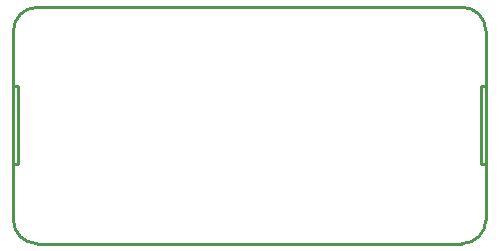
<source format=gko>
G04 Layer: BoardOutlineLayer*
G04 EasyEDA v6.5.42, 2024-03-17 15:56:58*
G04 633bbcd927b44838993661e05d2ec2ea,9a5be75d700b4a6385dc1106f27949ae,10*
G04 Gerber Generator version 0.2*
G04 Scale: 100 percent, Rotated: No, Reflected: No *
G04 Dimensions in millimeters *
G04 leading zeros omitted , absolute positions ,4 integer and 5 decimal *
%FSLAX45Y45*%
%MOMM*%

%ADD10C,0.2540*%
D10*
X3999986Y-200002D02*
G01*
X3999991Y-1799996D01*
X3799992Y-1999995D02*
G01*
X199999Y-1999995D01*
X0Y-1799996D02*
G01*
X0Y-199999D01*
X199999Y0D02*
G01*
X3799992Y0D01*
G75*
G01*
X3799992Y0D02*
G02*
X3999992Y-200000I0J-200000D01*
G75*
G01*
X200000Y-1999996D02*
G02*
X0Y-1799996I0J200000D01*
G75*
G01*
X3999992Y-1799996D02*
G02*
X3799992Y-1999996I-200000J0D01*
G75*
G01*
X0Y-200000D02*
G02*
X200000Y0I200000J0D01*
X9994Y-669998D02*
G01*
X39994Y-669998D01*
X39994Y-1329997D01*
X9994Y-1329997D01*
X3989997Y-1329997D02*
G01*
X3959997Y-1329997D01*
X3959997Y-669998D01*
X3989997Y-669998D01*

%LPD*%
M02*

</source>
